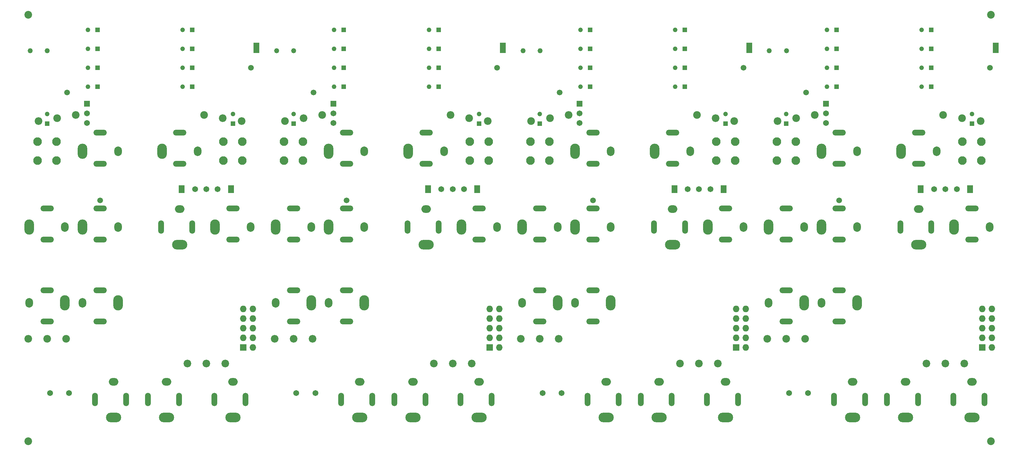
<source format=gts>
G04 #@! TF.FileFunction,Soldermask,Top*
%FSLAX46Y46*%
G04 Gerber Fmt 4.6, Leading zero omitted, Abs format (unit mm)*
G04 Created by KiCad (PCBNEW 4.0.2-stable) date 2018-03-19 11:23:05 AM*
%MOMM*%
G01*
G04 APERTURE LIST*
%ADD10C,0.100000*%
%ADD11C,2.020000*%
%ADD12R,1.620000X2.820000*%
%ADD13C,1.520000*%
%ADD14R,1.544000X1.544000*%
%ADD15C,1.544000*%
%ADD16C,1.320000*%
%ADD17R,1.747200X1.747200*%
%ADD18O,1.747200X1.747200*%
%ADD19R,1.220000X1.220000*%
%ADD20C,1.220000*%
%ADD21C,2.018980*%
%ADD22O,4.020000X2.520000*%
%ADD23O,2.520000X2.020000*%
%ADD24O,1.520000X3.520000*%
%ADD25O,2.520000X4.020000*%
%ADD26O,2.020000X2.520000*%
%ADD27O,3.520000X1.520000*%
%ADD28R,1.520000X2.020000*%
%ADD29C,2.270000*%
G04 APERTURE END LIST*
D10*
D11*
X310500000Y-77500000D03*
X310500000Y-190000000D03*
X56500000Y-190000000D03*
X56500000Y-77500000D03*
D12*
X311750000Y-86250000D03*
D13*
X310250000Y-91500000D03*
D14*
X267000000Y-100960000D03*
D15*
X267000000Y-103500000D03*
X267000000Y-106040000D03*
D13*
X261750000Y-98000000D03*
D16*
X256550000Y-87000000D03*
X252050000Y-87000000D03*
D13*
X245250000Y-91500000D03*
D12*
X246750000Y-86250000D03*
D13*
X205500000Y-126500000D03*
D14*
X202000000Y-100960000D03*
D15*
X202000000Y-103500000D03*
X202000000Y-106040000D03*
D13*
X196750000Y-98000000D03*
D16*
X191550000Y-87000000D03*
X187050000Y-87000000D03*
D13*
X270500000Y-126500000D03*
D17*
X308250000Y-165250000D03*
D18*
X310790000Y-165250000D03*
X308250000Y-162710000D03*
X310790000Y-162710000D03*
X308250000Y-160170000D03*
X310790000Y-160170000D03*
X308250000Y-157630000D03*
X310790000Y-157630000D03*
X308250000Y-155090000D03*
X310790000Y-155090000D03*
D17*
X243250000Y-165250000D03*
D18*
X245790000Y-165250000D03*
X243250000Y-162710000D03*
X245790000Y-162710000D03*
X243250000Y-160170000D03*
X245790000Y-160170000D03*
X243250000Y-157630000D03*
X245790000Y-157630000D03*
X243250000Y-155090000D03*
X245790000Y-155090000D03*
D15*
X192250000Y-177250000D03*
X197250000Y-177250000D03*
X257250000Y-177250000D03*
X262250000Y-177250000D03*
D19*
X229770000Y-96500000D03*
D20*
X227230000Y-96500000D03*
D19*
X229770000Y-91500000D03*
D20*
X227230000Y-91500000D03*
D19*
X229770000Y-81500000D03*
D20*
X227230000Y-81500000D03*
D21*
X237859238Y-104780570D03*
X242790666Y-105605808D03*
X232927810Y-103955332D03*
D19*
X229770000Y-86500000D03*
D20*
X227230000Y-86500000D03*
D19*
X204770000Y-86500000D03*
D20*
X202230000Y-86500000D03*
D19*
X204770000Y-91500000D03*
D20*
X202230000Y-91500000D03*
D19*
X204770000Y-81500000D03*
D20*
X202230000Y-81500000D03*
D21*
X194140762Y-104780570D03*
X199072190Y-103955332D03*
X189209334Y-105605808D03*
D19*
X191500000Y-106270000D03*
D20*
X191500000Y-103730000D03*
D19*
X204770000Y-96500000D03*
D20*
X202230000Y-96500000D03*
D19*
X256500000Y-106270000D03*
D20*
X256500000Y-103730000D03*
D19*
X269770000Y-96500000D03*
D20*
X267230000Y-96500000D03*
D19*
X269770000Y-91500000D03*
D20*
X267230000Y-91500000D03*
D21*
X259140762Y-104780570D03*
X264072190Y-103955332D03*
X254209334Y-105605808D03*
D19*
X269770000Y-81500000D03*
D20*
X267230000Y-81500000D03*
D19*
X269770000Y-86500000D03*
D20*
X267230000Y-86500000D03*
D19*
X240500000Y-106270000D03*
D20*
X240500000Y-103730000D03*
D21*
X302859238Y-104780570D03*
X307790666Y-105605808D03*
X297927810Y-103955332D03*
D19*
X294770000Y-81500000D03*
D20*
X292230000Y-81500000D03*
D19*
X294770000Y-96500000D03*
D20*
X292230000Y-96500000D03*
D19*
X305500000Y-106270000D03*
D20*
X305500000Y-103730000D03*
D19*
X294770000Y-91500000D03*
D20*
X292230000Y-91500000D03*
D19*
X294770000Y-86500000D03*
D20*
X292230000Y-86500000D03*
D21*
X298500000Y-169500000D03*
X303500000Y-169500000D03*
X293500000Y-169500000D03*
D22*
X274000000Y-183700000D03*
D23*
X274000000Y-174300000D03*
D24*
X269100000Y-179000000D03*
X277300000Y-179000000D03*
D22*
X288000000Y-183700000D03*
D23*
X288000000Y-174300000D03*
D24*
X283100000Y-179000000D03*
X291300000Y-179000000D03*
D22*
X305500000Y-183700000D03*
D23*
X305500000Y-174300000D03*
D24*
X300600000Y-179000000D03*
X308800000Y-179000000D03*
D25*
X275200000Y-153500000D03*
D26*
X265800000Y-153500000D03*
D27*
X270500000Y-158400000D03*
X270500000Y-150200000D03*
D21*
X256500000Y-163000000D03*
X251500000Y-163000000D03*
X261500000Y-163000000D03*
D22*
X223000000Y-183700000D03*
D23*
X223000000Y-174300000D03*
D24*
X218100000Y-179000000D03*
X226300000Y-179000000D03*
D22*
X240500000Y-183700000D03*
D23*
X240500000Y-174300000D03*
D24*
X235600000Y-179000000D03*
X243800000Y-179000000D03*
D21*
X233500000Y-169500000D03*
X238500000Y-169500000D03*
X228500000Y-169500000D03*
D25*
X261200000Y-153500000D03*
D26*
X251800000Y-153500000D03*
D27*
X256500000Y-158400000D03*
X256500000Y-150200000D03*
D22*
X209000000Y-183700000D03*
D23*
X209000000Y-174300000D03*
D24*
X204100000Y-179000000D03*
X212300000Y-179000000D03*
D25*
X196200000Y-153500000D03*
D26*
X186800000Y-153500000D03*
D27*
X191500000Y-158400000D03*
X191500000Y-150200000D03*
D25*
X210200000Y-153500000D03*
D26*
X200800000Y-153500000D03*
D27*
X205500000Y-158400000D03*
X205500000Y-150200000D03*
D21*
X191500000Y-163000000D03*
X186500000Y-163000000D03*
X196500000Y-163000000D03*
D25*
X265800000Y-133500000D03*
D26*
X275200000Y-133500000D03*
D27*
X270500000Y-128600000D03*
X270500000Y-136800000D03*
D25*
X265800000Y-113500000D03*
D26*
X275200000Y-113500000D03*
D27*
X270500000Y-108600000D03*
X270500000Y-116800000D03*
D15*
X301500000Y-123550000D03*
X298500000Y-123550000D03*
X295500000Y-123550000D03*
D28*
X305000000Y-123550000D03*
X292000000Y-123550000D03*
D25*
X286800000Y-113500000D03*
D26*
X296200000Y-113500000D03*
D27*
X291500000Y-108600000D03*
X291500000Y-116800000D03*
D25*
X300800000Y-133500000D03*
D26*
X310200000Y-133500000D03*
D27*
X305500000Y-128600000D03*
X305500000Y-136800000D03*
D22*
X291500000Y-138200000D03*
D23*
X291500000Y-128800000D03*
D24*
X286600000Y-133500000D03*
X294800000Y-133500000D03*
D29*
X308000000Y-116000000D03*
X303000000Y-116000000D03*
X303000000Y-111000000D03*
X308000000Y-111000000D03*
X254000000Y-111000000D03*
X259000000Y-111000000D03*
X259000000Y-116000000D03*
X254000000Y-116000000D03*
D25*
X251800000Y-133500000D03*
D26*
X261200000Y-133500000D03*
D27*
X256500000Y-128600000D03*
X256500000Y-136800000D03*
D25*
X221800000Y-113500000D03*
D26*
X231200000Y-113500000D03*
D27*
X226500000Y-108600000D03*
X226500000Y-116800000D03*
D29*
X243000000Y-116000000D03*
X238000000Y-116000000D03*
X238000000Y-111000000D03*
X243000000Y-111000000D03*
D15*
X236500000Y-123550000D03*
X233500000Y-123550000D03*
X230500000Y-123550000D03*
D28*
X240000000Y-123550000D03*
X227000000Y-123550000D03*
D22*
X226500000Y-138200000D03*
D23*
X226500000Y-128800000D03*
D24*
X221600000Y-133500000D03*
X229800000Y-133500000D03*
D25*
X235800000Y-133500000D03*
D26*
X245200000Y-133500000D03*
D27*
X240500000Y-128600000D03*
X240500000Y-136800000D03*
D25*
X200800000Y-133500000D03*
D26*
X210200000Y-133500000D03*
D27*
X205500000Y-128600000D03*
X205500000Y-136800000D03*
D25*
X200800000Y-113500000D03*
D26*
X210200000Y-113500000D03*
D27*
X205500000Y-108600000D03*
X205500000Y-116800000D03*
D29*
X189000000Y-111000000D03*
X194000000Y-111000000D03*
X194000000Y-116000000D03*
X189000000Y-116000000D03*
D25*
X186800000Y-133500000D03*
D26*
X196200000Y-133500000D03*
D27*
X191500000Y-128600000D03*
X191500000Y-136800000D03*
D14*
X137000000Y-100960000D03*
D15*
X137000000Y-103500000D03*
X137000000Y-106040000D03*
D13*
X131750000Y-98000000D03*
D16*
X126550000Y-87000000D03*
X122050000Y-87000000D03*
D15*
X127250000Y-177250000D03*
X132250000Y-177250000D03*
D13*
X140500000Y-126500000D03*
D17*
X178250000Y-165250000D03*
D18*
X180790000Y-165250000D03*
X178250000Y-162710000D03*
X180790000Y-162710000D03*
X178250000Y-160170000D03*
X180790000Y-160170000D03*
X178250000Y-157630000D03*
X180790000Y-157630000D03*
X178250000Y-155090000D03*
X180790000Y-155090000D03*
D12*
X181750000Y-86250000D03*
D13*
X180250000Y-91500000D03*
D21*
X129140762Y-104780570D03*
X134072190Y-103955332D03*
X124209334Y-105605808D03*
D19*
X139770000Y-81500000D03*
D20*
X137230000Y-81500000D03*
D19*
X126500000Y-106270000D03*
D20*
X126500000Y-103730000D03*
D25*
X135800000Y-113500000D03*
D26*
X145200000Y-113500000D03*
D27*
X140500000Y-108600000D03*
X140500000Y-116800000D03*
D19*
X139770000Y-96500000D03*
D20*
X137230000Y-96500000D03*
D19*
X139770000Y-91500000D03*
D20*
X137230000Y-91500000D03*
D19*
X139770000Y-86500000D03*
D20*
X137230000Y-86500000D03*
D21*
X126500000Y-163000000D03*
X121500000Y-163000000D03*
X131500000Y-163000000D03*
D25*
X131200000Y-153500000D03*
D26*
X121800000Y-153500000D03*
D27*
X126500000Y-158400000D03*
X126500000Y-150200000D03*
D21*
X168500000Y-169500000D03*
X173500000Y-169500000D03*
X163500000Y-169500000D03*
D22*
X175500000Y-183700000D03*
D23*
X175500000Y-174300000D03*
D24*
X170600000Y-179000000D03*
X178800000Y-179000000D03*
D22*
X158000000Y-183700000D03*
D23*
X158000000Y-174300000D03*
D24*
X153100000Y-179000000D03*
X161300000Y-179000000D03*
D22*
X144000000Y-183700000D03*
D23*
X144000000Y-174300000D03*
D24*
X139100000Y-179000000D03*
X147300000Y-179000000D03*
D25*
X145200000Y-153500000D03*
D26*
X135800000Y-153500000D03*
D27*
X140500000Y-158400000D03*
X140500000Y-150200000D03*
D15*
X171500000Y-123550000D03*
X168500000Y-123550000D03*
X165500000Y-123550000D03*
D28*
X175000000Y-123550000D03*
X162000000Y-123550000D03*
D25*
X121800000Y-133500000D03*
D26*
X131200000Y-133500000D03*
D27*
X126500000Y-128600000D03*
X126500000Y-136800000D03*
D25*
X135800000Y-133500000D03*
D26*
X145200000Y-133500000D03*
D27*
X140500000Y-128600000D03*
X140500000Y-136800000D03*
D25*
X170800000Y-133500000D03*
D26*
X180200000Y-133500000D03*
D27*
X175500000Y-128600000D03*
X175500000Y-136800000D03*
D29*
X178000000Y-116000000D03*
X173000000Y-116000000D03*
X173000000Y-111000000D03*
X178000000Y-111000000D03*
X124000000Y-111000000D03*
X129000000Y-111000000D03*
X129000000Y-116000000D03*
X124000000Y-116000000D03*
D25*
X156800000Y-113500000D03*
D26*
X166200000Y-113500000D03*
D27*
X161500000Y-108600000D03*
X161500000Y-116800000D03*
D22*
X161500000Y-138200000D03*
D23*
X161500000Y-128800000D03*
D24*
X156600000Y-133500000D03*
X164800000Y-133500000D03*
D19*
X164770000Y-96500000D03*
D20*
X162230000Y-96500000D03*
D19*
X175500000Y-106270000D03*
D20*
X175500000Y-103730000D03*
D19*
X164770000Y-86500000D03*
D20*
X162230000Y-86500000D03*
D19*
X164770000Y-81500000D03*
D20*
X162230000Y-81500000D03*
D21*
X172859238Y-104780570D03*
X177790666Y-105605808D03*
X167927810Y-103955332D03*
D19*
X164770000Y-91500000D03*
D20*
X162230000Y-91500000D03*
D21*
X107859238Y-104780570D03*
X112790666Y-105605808D03*
X102927810Y-103955332D03*
D22*
X96500000Y-138200000D03*
D23*
X96500000Y-128800000D03*
D24*
X91600000Y-133500000D03*
X99800000Y-133500000D03*
D25*
X80200000Y-153500000D03*
D26*
X70800000Y-153500000D03*
D27*
X75500000Y-158400000D03*
X75500000Y-150200000D03*
D19*
X61500000Y-106270000D03*
D20*
X61500000Y-103730000D03*
D19*
X110500000Y-106270000D03*
D20*
X110500000Y-103730000D03*
D19*
X74770000Y-81500000D03*
D20*
X72230000Y-81500000D03*
D19*
X74770000Y-86500000D03*
D20*
X72230000Y-86500000D03*
D19*
X74770000Y-91500000D03*
D20*
X72230000Y-91500000D03*
D19*
X74770000Y-96500000D03*
D20*
X72230000Y-96500000D03*
D19*
X99770000Y-81500000D03*
D20*
X97230000Y-81500000D03*
D19*
X99770000Y-86500000D03*
D20*
X97230000Y-86500000D03*
D19*
X99770000Y-91500000D03*
D20*
X97230000Y-91500000D03*
D19*
X99770000Y-96500000D03*
D20*
X97230000Y-96500000D03*
D25*
X91800000Y-113500000D03*
D26*
X101200000Y-113500000D03*
D27*
X96500000Y-108600000D03*
X96500000Y-116800000D03*
D25*
X66200000Y-153500000D03*
D26*
X56800000Y-153500000D03*
D27*
X61500000Y-158400000D03*
X61500000Y-150200000D03*
D25*
X105800000Y-133500000D03*
D26*
X115200000Y-133500000D03*
D27*
X110500000Y-128600000D03*
X110500000Y-136800000D03*
D25*
X70800000Y-133500000D03*
D26*
X80200000Y-133500000D03*
D27*
X75500000Y-128600000D03*
X75500000Y-136800000D03*
D25*
X70800000Y-113500000D03*
D26*
X80200000Y-113500000D03*
D27*
X75500000Y-108600000D03*
X75500000Y-116800000D03*
D25*
X56800000Y-133500000D03*
D26*
X66200000Y-133500000D03*
D27*
X61500000Y-128600000D03*
X61500000Y-136800000D03*
D22*
X79000000Y-183700000D03*
D23*
X79000000Y-174300000D03*
D24*
X74100000Y-179000000D03*
X82300000Y-179000000D03*
D22*
X93000000Y-183700000D03*
D23*
X93000000Y-174300000D03*
D24*
X88100000Y-179000000D03*
X96300000Y-179000000D03*
D22*
X110500000Y-183700000D03*
D23*
X110500000Y-174300000D03*
D24*
X105600000Y-179000000D03*
X113800000Y-179000000D03*
D17*
X113250000Y-165250000D03*
D18*
X115790000Y-165250000D03*
X113250000Y-162710000D03*
X115790000Y-162710000D03*
X113250000Y-160170000D03*
X115790000Y-160170000D03*
X113250000Y-157630000D03*
X115790000Y-157630000D03*
X113250000Y-155090000D03*
X115790000Y-155090000D03*
D29*
X59000000Y-111000000D03*
X64000000Y-111000000D03*
X64000000Y-116000000D03*
X59000000Y-116000000D03*
X113000000Y-116000000D03*
X108000000Y-116000000D03*
X108000000Y-111000000D03*
X113000000Y-111000000D03*
D12*
X116750000Y-86250000D03*
D15*
X62250000Y-177250000D03*
X67250000Y-177250000D03*
D21*
X103500000Y-169500000D03*
X108500000Y-169500000D03*
X98500000Y-169500000D03*
X64140762Y-104780570D03*
X69072190Y-103955332D03*
X59209334Y-105605808D03*
X61500000Y-163000000D03*
X56500000Y-163000000D03*
X66500000Y-163000000D03*
D13*
X115250000Y-91500000D03*
X66750000Y-98000000D03*
X75500000Y-126500000D03*
D14*
X72000000Y-100960000D03*
D15*
X72000000Y-103500000D03*
X72000000Y-106040000D03*
X106500000Y-123550000D03*
X103500000Y-123550000D03*
X100500000Y-123550000D03*
D28*
X110000000Y-123550000D03*
X97000000Y-123550000D03*
D16*
X61550000Y-87000000D03*
X57050000Y-87000000D03*
M02*

</source>
